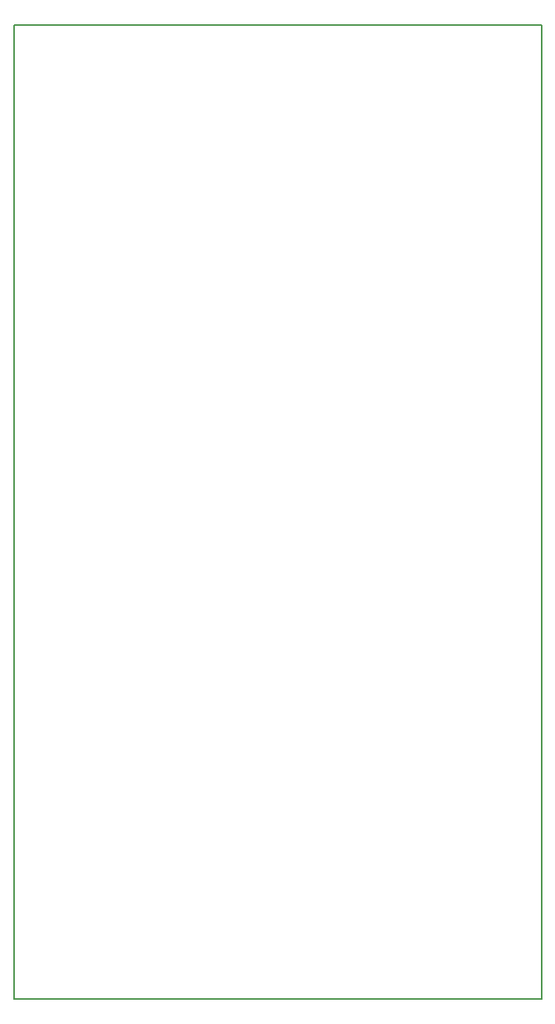
<source format=gm1>
G04 #@! TF.GenerationSoftware,KiCad,Pcbnew,6.0.0*
G04 #@! TF.CreationDate,2022-01-27T20:05:16-05:00*
G04 #@! TF.ProjectId,rlcs_power,726c6373-5f70-46f7-9765-722e6b696361,rev?*
G04 #@! TF.SameCoordinates,Original*
G04 #@! TF.FileFunction,Profile,NP*
%FSLAX46Y46*%
G04 Gerber Fmt 4.6, Leading zero omitted, Abs format (unit mm)*
G04 Created by KiCad (PCBNEW 6.0.0) date 2022-01-27 20:05:16*
%MOMM*%
%LPD*%
G01*
G04 APERTURE LIST*
G04 #@! TA.AperFunction,Profile*
%ADD10C,0.150000*%
G04 #@! TD*
G04 APERTURE END LIST*
D10*
X149860000Y-62230000D02*
X92710000Y-62230000D01*
X149860000Y-167640000D02*
X149860000Y-62230000D01*
X92710000Y-167640000D02*
X149860000Y-167640000D01*
X92710000Y-62230000D02*
X92710000Y-167640000D01*
M02*

</source>
